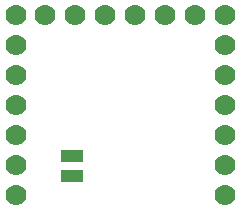
<source format=gbs>
*
*
G04 PADS 9.3 Build Number: 433611 generated Gerber (RS-274-X) file*
G04 PC Version=2.1*
*
%IN "GPS.pcb"*%
*
%MOIN*%
*
%FSDAX24Y24*%
*
*
*
*
G04 PC Standard Apertures*
*
*
G04 Thermal Relief Aperture macro.*
%AMTER*
1,1,$1,0,0*
1,0,$1-$2,0,0*
21,0,$3,$4,0,0,45*
21,0,$3,$4,0,0,135*
%
*
*
G04 Annular Aperture macro.*
%AMANN*
1,1,$1,0,0*
1,0,$2,0,0*
%
*
*
G04 Odd Aperture macro.*
%AMODD*
1,1,$1,0,0*
1,0,$1-0.005,0,0*
%
*
*
G04 PC Custom Aperture Macros*
*
*
*
*
*
*
G04 PC Aperture Table*
*
%ADD010C,0.001*%
%ADD019C,0.07*%
%ADD079R,0.07693X0.03953*%
*
*
*
*
G04 PC Circuitry*
G04 Layer Name GPS.pcb - circuitry*
%LPD*%
*
*
G04 PC Custom Flashes*
G04 Layer Name GPS.pcb - flashes*
%LPD*%
*
*
G04 PC Circuitry*
G04 Layer Name GPS.pcb - circuitry*
%LPD*%
*
G54D10*
G54D19*
G01X011520Y021181D03*
X012520D03*
X013520D03*
X014520D03*
X015520D03*
X016520D03*
X010551D03*
Y020181D03*
Y019181D03*
Y018181D03*
Y017181D03*
Y016181D03*
Y015181D03*
X017520Y021181D03*
Y020181D03*
Y019181D03*
Y018181D03*
Y017181D03*
Y016181D03*
Y015181D03*
G54D79*
X012400Y015815D03*
Y016504D03*
X000000Y000000D02*
M02*

</source>
